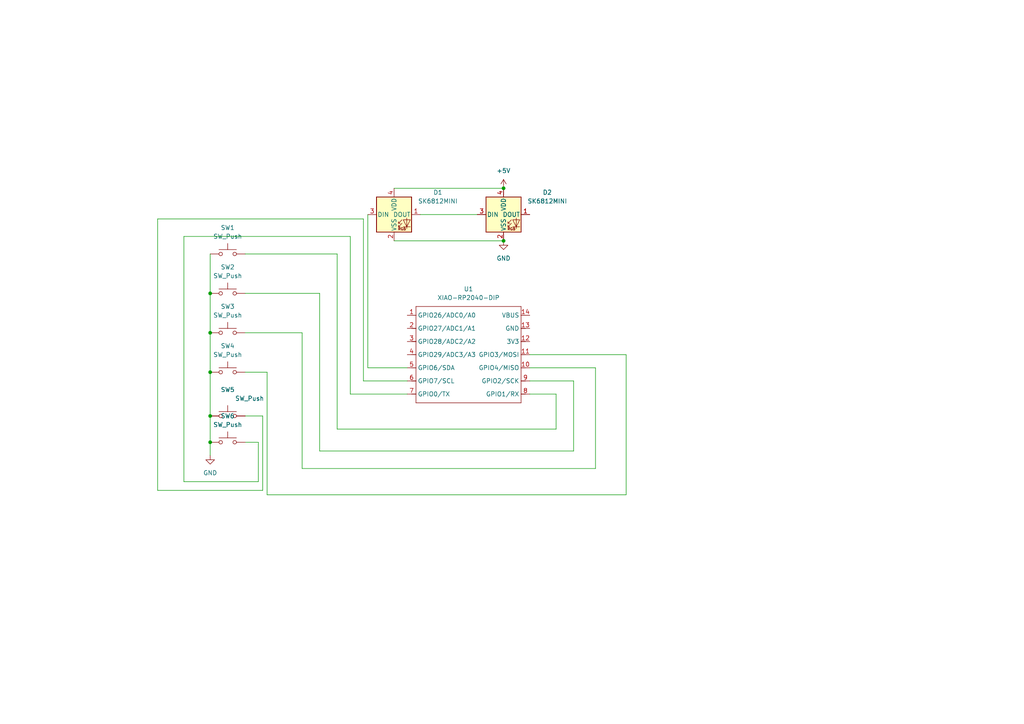
<source format=kicad_sch>
(kicad_sch
	(version 20250114)
	(generator "eeschema")
	(generator_version "9.0")
	(uuid "c3110774-e606-4622-aa56-d45ea0dc0116")
	(paper "A4")
	(lib_symbols
		(symbol "LED:SK6812MINI"
			(pin_names
				(offset 0.254)
			)
			(exclude_from_sim no)
			(in_bom yes)
			(on_board yes)
			(property "Reference" "D"
				(at 5.08 5.715 0)
				(effects
					(font
						(size 1.27 1.27)
					)
					(justify right bottom)
				)
			)
			(property "Value" "SK6812MINI"
				(at 1.27 -5.715 0)
				(effects
					(font
						(size 1.27 1.27)
					)
					(justify left top)
				)
			)
			(property "Footprint" "LED_SMD:LED_SK6812MINI_PLCC4_3.5x3.5mm_P1.75mm"
				(at 1.27 -7.62 0)
				(effects
					(font
						(size 1.27 1.27)
					)
					(justify left top)
					(hide yes)
				)
			)
			(property "Datasheet" "https://cdn-shop.adafruit.com/product-files/2686/SK6812MINI_REV.01-1-2.pdf"
				(at 2.54 -9.525 0)
				(effects
					(font
						(size 1.27 1.27)
					)
					(justify left top)
					(hide yes)
				)
			)
			(property "Description" "RGB LED with integrated controller"
				(at 0 0 0)
				(effects
					(font
						(size 1.27 1.27)
					)
					(hide yes)
				)
			)
			(property "ki_keywords" "RGB LED NeoPixel Mini addressable"
				(at 0 0 0)
				(effects
					(font
						(size 1.27 1.27)
					)
					(hide yes)
				)
			)
			(property "ki_fp_filters" "LED*SK6812MINI*PLCC*3.5x3.5mm*P1.75mm*"
				(at 0 0 0)
				(effects
					(font
						(size 1.27 1.27)
					)
					(hide yes)
				)
			)
			(symbol "SK6812MINI_0_0"
				(text "RGB"
					(at 2.286 -4.191 0)
					(effects
						(font
							(size 0.762 0.762)
						)
					)
				)
			)
			(symbol "SK6812MINI_0_1"
				(polyline
					(pts
						(xy 1.27 -2.54) (xy 1.778 -2.54)
					)
					(stroke
						(width 0)
						(type default)
					)
					(fill
						(type none)
					)
				)
				(polyline
					(pts
						(xy 1.27 -3.556) (xy 1.778 -3.556)
					)
					(stroke
						(width 0)
						(type default)
					)
					(fill
						(type none)
					)
				)
				(polyline
					(pts
						(xy 2.286 -1.524) (xy 1.27 -2.54) (xy 1.27 -2.032)
					)
					(stroke
						(width 0)
						(type default)
					)
					(fill
						(type none)
					)
				)
				(polyline
					(pts
						(xy 2.286 -2.54) (xy 1.27 -3.556) (xy 1.27 -3.048)
					)
					(stroke
						(width 0)
						(type default)
					)
					(fill
						(type none)
					)
				)
				(polyline
					(pts
						(xy 3.683 -1.016) (xy 3.683 -3.556) (xy 3.683 -4.064)
					)
					(stroke
						(width 0)
						(type default)
					)
					(fill
						(type none)
					)
				)
				(polyline
					(pts
						(xy 4.699 -1.524) (xy 2.667 -1.524) (xy 3.683 -3.556) (xy 4.699 -1.524)
					)
					(stroke
						(width 0)
						(type default)
					)
					(fill
						(type none)
					)
				)
				(polyline
					(pts
						(xy 4.699 -3.556) (xy 2.667 -3.556)
					)
					(stroke
						(width 0)
						(type default)
					)
					(fill
						(type none)
					)
				)
				(rectangle
					(start 5.08 5.08)
					(end -5.08 -5.08)
					(stroke
						(width 0.254)
						(type default)
					)
					(fill
						(type background)
					)
				)
			)
			(symbol "SK6812MINI_1_1"
				(pin input line
					(at -7.62 0 0)
					(length 2.54)
					(name "DIN"
						(effects
							(font
								(size 1.27 1.27)
							)
						)
					)
					(number "3"
						(effects
							(font
								(size 1.27 1.27)
							)
						)
					)
				)
				(pin power_in line
					(at 0 7.62 270)
					(length 2.54)
					(name "VDD"
						(effects
							(font
								(size 1.27 1.27)
							)
						)
					)
					(number "4"
						(effects
							(font
								(size 1.27 1.27)
							)
						)
					)
				)
				(pin power_in line
					(at 0 -7.62 90)
					(length 2.54)
					(name "VSS"
						(effects
							(font
								(size 1.27 1.27)
							)
						)
					)
					(number "2"
						(effects
							(font
								(size 1.27 1.27)
							)
						)
					)
				)
				(pin output line
					(at 7.62 0 180)
					(length 2.54)
					(name "DOUT"
						(effects
							(font
								(size 1.27 1.27)
							)
						)
					)
					(number "1"
						(effects
							(font
								(size 1.27 1.27)
							)
						)
					)
				)
			)
			(embedded_fonts no)
		)
		(symbol "OPL:XIAO-RP2040-DIP"
			(exclude_from_sim no)
			(in_bom yes)
			(on_board yes)
			(property "Reference" "U"
				(at 0 0 0)
				(effects
					(font
						(size 1.27 1.27)
					)
				)
			)
			(property "Value" "XIAO-RP2040-DIP"
				(at 5.334 -1.778 0)
				(effects
					(font
						(size 1.27 1.27)
					)
				)
			)
			(property "Footprint" "Module:MOUDLE14P-XIAO-DIP-SMD"
				(at 14.478 -32.258 0)
				(effects
					(font
						(size 1.27 1.27)
					)
					(hide yes)
				)
			)
			(property "Datasheet" ""
				(at 0 0 0)
				(effects
					(font
						(size 1.27 1.27)
					)
					(hide yes)
				)
			)
			(property "Description" ""
				(at 0 0 0)
				(effects
					(font
						(size 1.27 1.27)
					)
					(hide yes)
				)
			)
			(symbol "XIAO-RP2040-DIP_1_0"
				(polyline
					(pts
						(xy -1.27 -2.54) (xy 29.21 -2.54)
					)
					(stroke
						(width 0.1524)
						(type solid)
					)
					(fill
						(type none)
					)
				)
				(polyline
					(pts
						(xy -1.27 -5.08) (xy -2.54 -5.08)
					)
					(stroke
						(width 0.1524)
						(type solid)
					)
					(fill
						(type none)
					)
				)
				(polyline
					(pts
						(xy -1.27 -5.08) (xy -1.27 -2.54)
					)
					(stroke
						(width 0.1524)
						(type solid)
					)
					(fill
						(type none)
					)
				)
				(polyline
					(pts
						(xy -1.27 -8.89) (xy -2.54 -8.89)
					)
					(stroke
						(width 0.1524)
						(type solid)
					)
					(fill
						(type none)
					)
				)
				(polyline
					(pts
						(xy -1.27 -8.89) (xy -1.27 -5.08)
					)
					(stroke
						(width 0.1524)
						(type solid)
					)
					(fill
						(type none)
					)
				)
				(polyline
					(pts
						(xy -1.27 -12.7) (xy -2.54 -12.7)
					)
					(stroke
						(width 0.1524)
						(type solid)
					)
					(fill
						(type none)
					)
				)
				(polyline
					(pts
						(xy -1.27 -12.7) (xy -1.27 -8.89)
					)
					(stroke
						(width 0.1524)
						(type solid)
					)
					(fill
						(type none)
					)
				)
				(polyline
					(pts
						(xy -1.27 -16.51) (xy -2.54 -16.51)
					)
					(stroke
						(width 0.1524)
						(type solid)
					)
					(fill
						(type none)
					)
				)
				(polyline
					(pts
						(xy -1.27 -16.51) (xy -1.27 -12.7)
					)
					(stroke
						(width 0.1524)
						(type solid)
					)
					(fill
						(type none)
					)
				)
				(polyline
					(pts
						(xy -1.27 -20.32) (xy -2.54 -20.32)
					)
					(stroke
						(width 0.1524)
						(type solid)
					)
					(fill
						(type none)
					)
				)
				(polyline
					(pts
						(xy -1.27 -24.13) (xy -2.54 -24.13)
					)
					(stroke
						(width 0.1524)
						(type solid)
					)
					(fill
						(type none)
					)
				)
				(polyline
					(pts
						(xy -1.27 -27.94) (xy -2.54 -27.94)
					)
					(stroke
						(width 0.1524)
						(type solid)
					)
					(fill
						(type none)
					)
				)
				(polyline
					(pts
						(xy -1.27 -30.48) (xy -1.27 -16.51)
					)
					(stroke
						(width 0.1524)
						(type solid)
					)
					(fill
						(type none)
					)
				)
				(polyline
					(pts
						(xy 29.21 -2.54) (xy 29.21 -5.08)
					)
					(stroke
						(width 0.1524)
						(type solid)
					)
					(fill
						(type none)
					)
				)
				(polyline
					(pts
						(xy 29.21 -5.08) (xy 29.21 -8.89)
					)
					(stroke
						(width 0.1524)
						(type solid)
					)
					(fill
						(type none)
					)
				)
				(polyline
					(pts
						(xy 29.21 -8.89) (xy 29.21 -12.7)
					)
					(stroke
						(width 0.1524)
						(type solid)
					)
					(fill
						(type none)
					)
				)
				(polyline
					(pts
						(xy 29.21 -12.7) (xy 29.21 -30.48)
					)
					(stroke
						(width 0.1524)
						(type solid)
					)
					(fill
						(type none)
					)
				)
				(polyline
					(pts
						(xy 29.21 -30.48) (xy -1.27 -30.48)
					)
					(stroke
						(width 0.1524)
						(type solid)
					)
					(fill
						(type none)
					)
				)
				(polyline
					(pts
						(xy 30.48 -5.08) (xy 29.21 -5.08)
					)
					(stroke
						(width 0.1524)
						(type solid)
					)
					(fill
						(type none)
					)
				)
				(polyline
					(pts
						(xy 30.48 -8.89) (xy 29.21 -8.89)
					)
					(stroke
						(width 0.1524)
						(type solid)
					)
					(fill
						(type none)
					)
				)
				(polyline
					(pts
						(xy 30.48 -12.7) (xy 29.21 -12.7)
					)
					(stroke
						(width 0.1524)
						(type solid)
					)
					(fill
						(type none)
					)
				)
				(polyline
					(pts
						(xy 30.48 -16.51) (xy 29.21 -16.51)
					)
					(stroke
						(width 0.1524)
						(type solid)
					)
					(fill
						(type none)
					)
				)
				(polyline
					(pts
						(xy 30.48 -20.32) (xy 29.21 -20.32)
					)
					(stroke
						(width 0.1524)
						(type solid)
					)
					(fill
						(type none)
					)
				)
				(polyline
					(pts
						(xy 30.48 -24.13) (xy 29.21 -24.13)
					)
					(stroke
						(width 0.1524)
						(type solid)
					)
					(fill
						(type none)
					)
				)
				(polyline
					(pts
						(xy 30.48 -27.94) (xy 29.21 -27.94)
					)
					(stroke
						(width 0.1524)
						(type solid)
					)
					(fill
						(type none)
					)
				)
				(pin passive line
					(at -3.81 -5.08 0)
					(length 2.54)
					(name "GPIO26/ADC0/A0"
						(effects
							(font
								(size 1.27 1.27)
							)
						)
					)
					(number "1"
						(effects
							(font
								(size 1.27 1.27)
							)
						)
					)
				)
				(pin passive line
					(at -3.81 -8.89 0)
					(length 2.54)
					(name "GPIO27/ADC1/A1"
						(effects
							(font
								(size 1.27 1.27)
							)
						)
					)
					(number "2"
						(effects
							(font
								(size 1.27 1.27)
							)
						)
					)
				)
				(pin passive line
					(at -3.81 -12.7 0)
					(length 2.54)
					(name "GPIO28/ADC2/A2"
						(effects
							(font
								(size 1.27 1.27)
							)
						)
					)
					(number "3"
						(effects
							(font
								(size 1.27 1.27)
							)
						)
					)
				)
				(pin passive line
					(at -3.81 -16.51 0)
					(length 2.54)
					(name "GPIO29/ADC3/A3"
						(effects
							(font
								(size 1.27 1.27)
							)
						)
					)
					(number "4"
						(effects
							(font
								(size 1.27 1.27)
							)
						)
					)
				)
				(pin passive line
					(at -3.81 -20.32 0)
					(length 2.54)
					(name "GPIO6/SDA"
						(effects
							(font
								(size 1.27 1.27)
							)
						)
					)
					(number "5"
						(effects
							(font
								(size 1.27 1.27)
							)
						)
					)
				)
				(pin passive line
					(at -3.81 -24.13 0)
					(length 2.54)
					(name "GPIO7/SCL"
						(effects
							(font
								(size 1.27 1.27)
							)
						)
					)
					(number "6"
						(effects
							(font
								(size 1.27 1.27)
							)
						)
					)
				)
				(pin passive line
					(at -3.81 -27.94 0)
					(length 2.54)
					(name "GPIO0/TX"
						(effects
							(font
								(size 1.27 1.27)
							)
						)
					)
					(number "7"
						(effects
							(font
								(size 1.27 1.27)
							)
						)
					)
				)
				(pin passive line
					(at 31.75 -5.08 180)
					(length 2.54)
					(name "VBUS"
						(effects
							(font
								(size 1.27 1.27)
							)
						)
					)
					(number "14"
						(effects
							(font
								(size 1.27 1.27)
							)
						)
					)
				)
				(pin passive line
					(at 31.75 -8.89 180)
					(length 2.54)
					(name "GND"
						(effects
							(font
								(size 1.27 1.27)
							)
						)
					)
					(number "13"
						(effects
							(font
								(size 1.27 1.27)
							)
						)
					)
				)
				(pin passive line
					(at 31.75 -12.7 180)
					(length 2.54)
					(name "3V3"
						(effects
							(font
								(size 1.27 1.27)
							)
						)
					)
					(number "12"
						(effects
							(font
								(size 1.27 1.27)
							)
						)
					)
				)
				(pin passive line
					(at 31.75 -16.51 180)
					(length 2.54)
					(name "GPIO3/MOSI"
						(effects
							(font
								(size 1.27 1.27)
							)
						)
					)
					(number "11"
						(effects
							(font
								(size 1.27 1.27)
							)
						)
					)
				)
				(pin passive line
					(at 31.75 -20.32 180)
					(length 2.54)
					(name "GPIO4/MISO"
						(effects
							(font
								(size 1.27 1.27)
							)
						)
					)
					(number "10"
						(effects
							(font
								(size 1.27 1.27)
							)
						)
					)
				)
				(pin passive line
					(at 31.75 -24.13 180)
					(length 2.54)
					(name "GPIO2/SCK"
						(effects
							(font
								(size 1.27 1.27)
							)
						)
					)
					(number "9"
						(effects
							(font
								(size 1.27 1.27)
							)
						)
					)
				)
				(pin passive line
					(at 31.75 -27.94 180)
					(length 2.54)
					(name "GPIO1/RX"
						(effects
							(font
								(size 1.27 1.27)
							)
						)
					)
					(number "8"
						(effects
							(font
								(size 1.27 1.27)
							)
						)
					)
				)
			)
			(embedded_fonts no)
		)
		(symbol "Switch:SW_Push"
			(pin_numbers
				(hide yes)
			)
			(pin_names
				(offset 1.016)
				(hide yes)
			)
			(exclude_from_sim no)
			(in_bom yes)
			(on_board yes)
			(property "Reference" "SW"
				(at 1.27 2.54 0)
				(effects
					(font
						(size 1.27 1.27)
					)
					(justify left)
				)
			)
			(property "Value" "SW_Push"
				(at 0 -1.524 0)
				(effects
					(font
						(size 1.27 1.27)
					)
				)
			)
			(property "Footprint" ""
				(at 0 5.08 0)
				(effects
					(font
						(size 1.27 1.27)
					)
					(hide yes)
				)
			)
			(property "Datasheet" "~"
				(at 0 5.08 0)
				(effects
					(font
						(size 1.27 1.27)
					)
					(hide yes)
				)
			)
			(property "Description" "Push button switch, generic, two pins"
				(at 0 0 0)
				(effects
					(font
						(size 1.27 1.27)
					)
					(hide yes)
				)
			)
			(property "ki_keywords" "switch normally-open pushbutton push-button"
				(at 0 0 0)
				(effects
					(font
						(size 1.27 1.27)
					)
					(hide yes)
				)
			)
			(symbol "SW_Push_0_1"
				(circle
					(center -2.032 0)
					(radius 0.508)
					(stroke
						(width 0)
						(type default)
					)
					(fill
						(type none)
					)
				)
				(polyline
					(pts
						(xy 0 1.27) (xy 0 3.048)
					)
					(stroke
						(width 0)
						(type default)
					)
					(fill
						(type none)
					)
				)
				(circle
					(center 2.032 0)
					(radius 0.508)
					(stroke
						(width 0)
						(type default)
					)
					(fill
						(type none)
					)
				)
				(polyline
					(pts
						(xy 2.54 1.27) (xy -2.54 1.27)
					)
					(stroke
						(width 0)
						(type default)
					)
					(fill
						(type none)
					)
				)
				(pin passive line
					(at -5.08 0 0)
					(length 2.54)
					(name "1"
						(effects
							(font
								(size 1.27 1.27)
							)
						)
					)
					(number "1"
						(effects
							(font
								(size 1.27 1.27)
							)
						)
					)
				)
				(pin passive line
					(at 5.08 0 180)
					(length 2.54)
					(name "2"
						(effects
							(font
								(size 1.27 1.27)
							)
						)
					)
					(number "2"
						(effects
							(font
								(size 1.27 1.27)
							)
						)
					)
				)
			)
			(embedded_fonts no)
		)
		(symbol "power:+5V"
			(power)
			(pin_numbers
				(hide yes)
			)
			(pin_names
				(offset 0)
				(hide yes)
			)
			(exclude_from_sim no)
			(in_bom yes)
			(on_board yes)
			(property "Reference" "#PWR"
				(at 0 -3.81 0)
				(effects
					(font
						(size 1.27 1.27)
					)
					(hide yes)
				)
			)
			(property "Value" "+5V"
				(at 0 3.556 0)
				(effects
					(font
						(size 1.27 1.27)
					)
				)
			)
			(property "Footprint" ""
				(at 0 0 0)
				(effects
					(font
						(size 1.27 1.27)
					)
					(hide yes)
				)
			)
			(property "Datasheet" ""
				(at 0 0 0)
				(effects
					(font
						(size 1.27 1.27)
					)
					(hide yes)
				)
			)
			(property "Description" "Power symbol creates a global label with name \"+5V\""
				(at 0 0 0)
				(effects
					(font
						(size 1.27 1.27)
					)
					(hide yes)
				)
			)
			(property "ki_keywords" "global power"
				(at 0 0 0)
				(effects
					(font
						(size 1.27 1.27)
					)
					(hide yes)
				)
			)
			(symbol "+5V_0_1"
				(polyline
					(pts
						(xy -0.762 1.27) (xy 0 2.54)
					)
					(stroke
						(width 0)
						(type default)
					)
					(fill
						(type none)
					)
				)
				(polyline
					(pts
						(xy 0 2.54) (xy 0.762 1.27)
					)
					(stroke
						(width 0)
						(type default)
					)
					(fill
						(type none)
					)
				)
				(polyline
					(pts
						(xy 0 0) (xy 0 2.54)
					)
					(stroke
						(width 0)
						(type default)
					)
					(fill
						(type none)
					)
				)
			)
			(symbol "+5V_1_1"
				(pin power_in line
					(at 0 0 90)
					(length 0)
					(name "~"
						(effects
							(font
								(size 1.27 1.27)
							)
						)
					)
					(number "1"
						(effects
							(font
								(size 1.27 1.27)
							)
						)
					)
				)
			)
			(embedded_fonts no)
		)
		(symbol "power:GND"
			(power)
			(pin_numbers
				(hide yes)
			)
			(pin_names
				(offset 0)
				(hide yes)
			)
			(exclude_from_sim no)
			(in_bom yes)
			(on_board yes)
			(property "Reference" "#PWR"
				(at 0 -6.35 0)
				(effects
					(font
						(size 1.27 1.27)
					)
					(hide yes)
				)
			)
			(property "Value" "GND"
				(at 0 -3.81 0)
				(effects
					(font
						(size 1.27 1.27)
					)
				)
			)
			(property "Footprint" ""
				(at 0 0 0)
				(effects
					(font
						(size 1.27 1.27)
					)
					(hide yes)
				)
			)
			(property "Datasheet" ""
				(at 0 0 0)
				(effects
					(font
						(size 1.27 1.27)
					)
					(hide yes)
				)
			)
			(property "Description" "Power symbol creates a global label with name \"GND\" , ground"
				(at 0 0 0)
				(effects
					(font
						(size 1.27 1.27)
					)
					(hide yes)
				)
			)
			(property "ki_keywords" "global power"
				(at 0 0 0)
				(effects
					(font
						(size 1.27 1.27)
					)
					(hide yes)
				)
			)
			(symbol "GND_0_1"
				(polyline
					(pts
						(xy 0 0) (xy 0 -1.27) (xy 1.27 -1.27) (xy 0 -2.54) (xy -1.27 -1.27) (xy 0 -1.27)
					)
					(stroke
						(width 0)
						(type default)
					)
					(fill
						(type none)
					)
				)
			)
			(symbol "GND_1_1"
				(pin power_in line
					(at 0 0 270)
					(length 0)
					(name "~"
						(effects
							(font
								(size 1.27 1.27)
							)
						)
					)
					(number "1"
						(effects
							(font
								(size 1.27 1.27)
							)
						)
					)
				)
			)
			(embedded_fonts no)
		)
	)
	(junction
		(at 60.96 85.09)
		(diameter 0)
		(color 0 0 0 0)
		(uuid "1a4940e3-7859-49be-aab6-2ba0031a8dc8")
	)
	(junction
		(at 60.96 128.27)
		(diameter 0)
		(color 0 0 0 0)
		(uuid "26f75662-f865-42dc-9bc3-810debf06166")
	)
	(junction
		(at 146.05 69.85)
		(diameter 0)
		(color 0 0 0 0)
		(uuid "9d141f1f-2e89-4760-90ec-70051f1fa902")
	)
	(junction
		(at 60.96 107.95)
		(diameter 0)
		(color 0 0 0 0)
		(uuid "a4574b76-b759-4378-8519-3bb53cf4eb48")
	)
	(junction
		(at 146.05 54.61)
		(diameter 0)
		(color 0 0 0 0)
		(uuid "a5b6c130-728b-424f-8245-081ab5ff0146")
	)
	(junction
		(at 60.96 96.52)
		(diameter 0)
		(color 0 0 0 0)
		(uuid "d5584bd3-caf7-40fd-8b21-2ac4bacd606d")
	)
	(junction
		(at 60.96 120.65)
		(diameter 0)
		(color 0 0 0 0)
		(uuid "faf46397-5361-461e-96bf-dd54208005f3")
	)
	(wire
		(pts
			(xy 106.68 62.23) (xy 106.68 106.68)
		)
		(stroke
			(width 0)
			(type default)
		)
		(uuid "00f166b0-3b5e-4b88-8284-adb3ca2c90a4")
	)
	(wire
		(pts
			(xy 114.3 69.85) (xy 146.05 69.85)
		)
		(stroke
			(width 0)
			(type default)
		)
		(uuid "10a4c86f-ff48-436c-a621-e74b4b8f2c8a")
	)
	(wire
		(pts
			(xy 74.93 139.7) (xy 53.34 139.7)
		)
		(stroke
			(width 0)
			(type default)
		)
		(uuid "12daf312-efe4-431e-90ca-b70d3d7856da")
	)
	(wire
		(pts
			(xy 77.47 107.95) (xy 71.12 107.95)
		)
		(stroke
			(width 0)
			(type default)
		)
		(uuid "142eedeb-1311-4dfd-b848-bfcac8404926")
	)
	(wire
		(pts
			(xy 60.96 85.09) (xy 60.96 96.52)
		)
		(stroke
			(width 0)
			(type default)
		)
		(uuid "1f4930d2-2db6-453c-842e-4e1897521f9b")
	)
	(wire
		(pts
			(xy 97.79 73.66) (xy 97.79 124.46)
		)
		(stroke
			(width 0)
			(type default)
		)
		(uuid "331b7720-e0ff-49d2-be3f-d7d518bc67f6")
	)
	(wire
		(pts
			(xy 60.96 73.66) (xy 60.96 85.09)
		)
		(stroke
			(width 0)
			(type default)
		)
		(uuid "36871dde-5881-43f1-ab83-86ab804b114d")
	)
	(wire
		(pts
			(xy 92.71 85.09) (xy 92.71 130.81)
		)
		(stroke
			(width 0)
			(type default)
		)
		(uuid "38841920-af99-4e8c-85dd-d0b9d0776fae")
	)
	(wire
		(pts
			(xy 74.93 128.27) (xy 74.93 139.7)
		)
		(stroke
			(width 0)
			(type default)
		)
		(uuid "3d6867fb-a321-4de6-9867-bf14dd9a0fa3")
	)
	(wire
		(pts
			(xy 105.41 110.49) (xy 118.11 110.49)
		)
		(stroke
			(width 0)
			(type default)
		)
		(uuid "4a355f1b-2b0e-4fc7-a245-576ace1b7355")
	)
	(wire
		(pts
			(xy 105.41 63.5) (xy 105.41 110.49)
		)
		(stroke
			(width 0)
			(type default)
		)
		(uuid "4c916313-7a69-45f2-811c-38730271e7cb")
	)
	(wire
		(pts
			(xy 101.6 114.3) (xy 118.11 114.3)
		)
		(stroke
			(width 0)
			(type default)
		)
		(uuid "51bc94ee-ece9-4849-b3e2-8baf1610ebef")
	)
	(wire
		(pts
			(xy 101.6 68.58) (xy 101.6 114.3)
		)
		(stroke
			(width 0)
			(type default)
		)
		(uuid "56580427-9278-4cd5-b8e2-82f7a86dd0cd")
	)
	(wire
		(pts
			(xy 45.72 142.24) (xy 76.2 142.24)
		)
		(stroke
			(width 0)
			(type default)
		)
		(uuid "6047a615-146a-471c-9776-42579d43943c")
	)
	(wire
		(pts
			(xy 161.29 114.3) (xy 153.67 114.3)
		)
		(stroke
			(width 0)
			(type default)
		)
		(uuid "70ef4a4e-ca48-4a20-aa5a-a2d84e0c0d06")
	)
	(wire
		(pts
			(xy 166.37 130.81) (xy 166.37 110.49)
		)
		(stroke
			(width 0)
			(type default)
		)
		(uuid "70fc8d7c-c8ce-4497-a3df-2ca8cc4cdca1")
	)
	(wire
		(pts
			(xy 161.29 124.46) (xy 161.29 114.3)
		)
		(stroke
			(width 0)
			(type default)
		)
		(uuid "79cc8882-0c04-4fad-9f5b-a992abbd9c36")
	)
	(wire
		(pts
			(xy 97.79 124.46) (xy 161.29 124.46)
		)
		(stroke
			(width 0)
			(type default)
		)
		(uuid "7caf1c9c-1f8b-4d5d-8c8c-377acdc75a20")
	)
	(wire
		(pts
			(xy 87.63 135.89) (xy 172.72 135.89)
		)
		(stroke
			(width 0)
			(type default)
		)
		(uuid "80704f5b-ffbd-45b6-bce8-5aa4699a77bb")
	)
	(wire
		(pts
			(xy 76.2 120.65) (xy 76.2 142.24)
		)
		(stroke
			(width 0)
			(type default)
		)
		(uuid "83babdb1-9f75-48fa-91bb-c342a18f033b")
	)
	(wire
		(pts
			(xy 45.72 63.5) (xy 105.41 63.5)
		)
		(stroke
			(width 0)
			(type default)
		)
		(uuid "879b31bd-5a56-4886-9e36-33b016856a3f")
	)
	(wire
		(pts
			(xy 106.68 106.68) (xy 118.11 106.68)
		)
		(stroke
			(width 0)
			(type default)
		)
		(uuid "928e8e9a-c210-4ec4-bb96-bf99164a03c2")
	)
	(wire
		(pts
			(xy 77.47 143.51) (xy 181.61 143.51)
		)
		(stroke
			(width 0)
			(type default)
		)
		(uuid "97e4032c-a337-41bf-af70-4eeb50cc3f2f")
	)
	(wire
		(pts
			(xy 181.61 143.51) (xy 181.61 102.87)
		)
		(stroke
			(width 0)
			(type default)
		)
		(uuid "9c903953-e5e1-4042-b87c-5b83f3d7ff17")
	)
	(wire
		(pts
			(xy 172.72 106.68) (xy 153.67 106.68)
		)
		(stroke
			(width 0)
			(type default)
		)
		(uuid "a9ea94ea-bc9b-462b-a23a-bbfc72400e1b")
	)
	(wire
		(pts
			(xy 60.96 107.95) (xy 60.96 120.65)
		)
		(stroke
			(width 0)
			(type default)
		)
		(uuid "b54117a7-44d8-47fd-92d9-4eed6efb8118")
	)
	(wire
		(pts
			(xy 71.12 120.65) (xy 76.2 120.65)
		)
		(stroke
			(width 0)
			(type default)
		)
		(uuid "b69f8742-844b-43fb-9ada-6b5b20160665")
	)
	(wire
		(pts
			(xy 53.34 139.7) (xy 53.34 68.58)
		)
		(stroke
			(width 0)
			(type default)
		)
		(uuid "b77ff1b6-c9b9-4211-88fd-7c96218d7caf")
	)
	(wire
		(pts
			(xy 87.63 96.52) (xy 87.63 135.89)
		)
		(stroke
			(width 0)
			(type default)
		)
		(uuid "b7b7eb61-cc19-4d85-8ffe-4d435625a96d")
	)
	(wire
		(pts
			(xy 121.92 62.23) (xy 138.43 62.23)
		)
		(stroke
			(width 0)
			(type default)
		)
		(uuid "be0183c6-44e3-431a-b41c-2d0a7742f612")
	)
	(wire
		(pts
			(xy 45.72 142.24) (xy 45.72 63.5)
		)
		(stroke
			(width 0)
			(type default)
		)
		(uuid "be7debec-262a-4a6f-b4b8-40482af48359")
	)
	(wire
		(pts
			(xy 53.34 68.58) (xy 101.6 68.58)
		)
		(stroke
			(width 0)
			(type default)
		)
		(uuid "bfe74d88-e248-4629-8db8-399db5da2e20")
	)
	(wire
		(pts
			(xy 181.61 102.87) (xy 153.67 102.87)
		)
		(stroke
			(width 0)
			(type default)
		)
		(uuid "c08749f1-6403-4fb6-8747-1ef793361de4")
	)
	(wire
		(pts
			(xy 60.96 120.65) (xy 60.96 128.27)
		)
		(stroke
			(width 0)
			(type default)
		)
		(uuid "c32eb489-0c08-4d56-a2f5-26c6b42ae4be")
	)
	(wire
		(pts
			(xy 172.72 135.89) (xy 172.72 106.68)
		)
		(stroke
			(width 0)
			(type default)
		)
		(uuid "d3348a05-0b3b-44a8-b5b4-fa1cdeb6a71f")
	)
	(wire
		(pts
			(xy 71.12 128.27) (xy 74.93 128.27)
		)
		(stroke
			(width 0)
			(type default)
		)
		(uuid "d35c2327-3860-4b03-b097-5cefcac31374")
	)
	(wire
		(pts
			(xy 71.12 96.52) (xy 87.63 96.52)
		)
		(stroke
			(width 0)
			(type default)
		)
		(uuid "d3c6a5b7-77ce-4dfa-9c83-a4d50936ddaa")
	)
	(wire
		(pts
			(xy 153.67 110.49) (xy 166.37 110.49)
		)
		(stroke
			(width 0)
			(type default)
		)
		(uuid "d49d82e9-afb2-4d47-a225-37074bb01c6e")
	)
	(wire
		(pts
			(xy 60.96 96.52) (xy 60.96 107.95)
		)
		(stroke
			(width 0)
			(type default)
		)
		(uuid "d56b0b5b-1d83-4ff5-b998-d83612827ccb")
	)
	(wire
		(pts
			(xy 60.96 128.27) (xy 60.96 132.08)
		)
		(stroke
			(width 0)
			(type default)
		)
		(uuid "d70ade2e-eccd-46b0-bf26-44eb6b879d66")
	)
	(wire
		(pts
			(xy 71.12 85.09) (xy 92.71 85.09)
		)
		(stroke
			(width 0)
			(type default)
		)
		(uuid "d98aafcf-1a91-4ca0-a667-8625f81f1d50")
	)
	(wire
		(pts
			(xy 114.3 54.61) (xy 146.05 54.61)
		)
		(stroke
			(width 0)
			(type default)
		)
		(uuid "de9e6046-9d27-4c5e-bed3-634ea3b38449")
	)
	(wire
		(pts
			(xy 77.47 107.95) (xy 77.47 143.51)
		)
		(stroke
			(width 0)
			(type default)
		)
		(uuid "e1ab0df9-d89b-4b84-813e-99307bb65f97")
	)
	(wire
		(pts
			(xy 71.12 73.66) (xy 97.79 73.66)
		)
		(stroke
			(width 0)
			(type default)
		)
		(uuid "e53d1b8d-4efc-4124-87c6-c29154db9a1c")
	)
	(wire
		(pts
			(xy 92.71 130.81) (xy 166.37 130.81)
		)
		(stroke
			(width 0)
			(type default)
		)
		(uuid "e7e08b04-8a6c-4950-b7ae-77d0c1c8a752")
	)
	(symbol
		(lib_id "OPL:XIAO-RP2040-DIP")
		(at 121.92 86.36 0)
		(unit 1)
		(exclude_from_sim no)
		(in_bom yes)
		(on_board yes)
		(dnp no)
		(fields_autoplaced yes)
		(uuid "0e2dfe8a-8286-43e0-aace-e8ecf6397429")
		(property "Reference" "U1"
			(at 135.89 83.82 0)
			(effects
				(font
					(size 1.27 1.27)
				)
			)
		)
		(property "Value" "XIAO-RP2040-DIP"
			(at 135.89 86.36 0)
			(effects
				(font
					(size 1.27 1.27)
				)
			)
		)
		(property "Footprint" "OPL:XIAO-RP2040-DIP"
			(at 136.398 118.618 0)
			(effects
				(font
					(size 1.27 1.27)
				)
				(hide yes)
			)
		)
		(property "Datasheet" ""
			(at 121.92 86.36 0)
			(effects
				(font
					(size 1.27 1.27)
				)
				(hide yes)
			)
		)
		(property "Description" ""
			(at 121.92 86.36 0)
			(effects
				(font
					(size 1.27 1.27)
				)
				(hide yes)
			)
		)
		(pin "1"
			(uuid "54da4fa2-4eb2-41cc-92fc-024feee990d4")
		)
		(pin "14"
			(uuid "b7fa4145-914c-45ec-a8f3-e9f5cbe7b5ac")
		)
		(pin "12"
			(uuid "aa651357-5ddc-4cb8-9377-9070125bcb1f")
		)
		(pin "9"
			(uuid "98bc75d3-f3ef-4eb9-bac4-470bfcafcf9b")
		)
		(pin "6"
			(uuid "e45b1050-0d43-4f0b-986d-4b3eeb297a9a")
		)
		(pin "7"
			(uuid "8063dd68-75a2-4c31-a5ed-10cb56ce82a0")
		)
		(pin "10"
			(uuid "8c5fcc53-e8e6-4486-a659-a8b2038ff32c")
		)
		(pin "5"
			(uuid "73736dfb-e7f0-498b-b6df-7f17fa737658")
		)
		(pin "2"
			(uuid "a39d373e-b1dc-4c17-b27a-127fffe9ae1d")
		)
		(pin "3"
			(uuid "52e4fe08-ace1-43a2-a4ba-684b60744ec9")
		)
		(pin "4"
			(uuid "c1e56bbc-e335-448b-aa77-fe3f3e742163")
		)
		(pin "13"
			(uuid "384315f9-b13b-4b01-a484-05e9ec55bf4b")
		)
		(pin "11"
			(uuid "41d09f66-670d-4297-9c53-22e0c6c5e9bf")
		)
		(pin "8"
			(uuid "45b1f1c4-9811-4e48-8a7e-228dbc5e3c58")
		)
		(instances
			(project ""
				(path "/c3110774-e606-4622-aa56-d45ea0dc0116"
					(reference "U1")
					(unit 1)
				)
			)
		)
	)
	(symbol
		(lib_id "power:GND")
		(at 60.96 132.08 0)
		(unit 1)
		(exclude_from_sim no)
		(in_bom yes)
		(on_board yes)
		(dnp no)
		(fields_autoplaced yes)
		(uuid "11354157-d0aa-4f79-acd6-e819fac8cd80")
		(property "Reference" "#PWR03"
			(at 60.96 138.43 0)
			(effects
				(font
					(size 1.27 1.27)
				)
				(hide yes)
			)
		)
		(property "Value" "GND"
			(at 60.96 137.16 0)
			(effects
				(font
					(size 1.27 1.27)
				)
			)
		)
		(property "Footprint" ""
			(at 60.96 132.08 0)
			(effects
				(font
					(size 1.27 1.27)
				)
				(hide yes)
			)
		)
		(property "Datasheet" ""
			(at 60.96 132.08 0)
			(effects
				(font
					(size 1.27 1.27)
				)
				(hide yes)
			)
		)
		(property "Description" "Power symbol creates a global label with name \"GND\" , ground"
			(at 60.96 132.08 0)
			(effects
				(font
					(size 1.27 1.27)
				)
				(hide yes)
			)
		)
		(pin "1"
			(uuid "b0af3aa3-7105-484c-af6a-0783e302d003")
		)
		(instances
			(project ""
				(path "/c3110774-e606-4622-aa56-d45ea0dc0116"
					(reference "#PWR03")
					(unit 1)
				)
			)
		)
	)
	(symbol
		(lib_id "power:+5V")
		(at 146.05 54.61 0)
		(unit 1)
		(exclude_from_sim no)
		(in_bom yes)
		(on_board yes)
		(dnp no)
		(fields_autoplaced yes)
		(uuid "16903310-5363-4f56-b633-3cf7eee89bf3")
		(property "Reference" "#PWR01"
			(at 146.05 58.42 0)
			(effects
				(font
					(size 1.27 1.27)
				)
				(hide yes)
			)
		)
		(property "Value" "+5V"
			(at 146.05 49.53 0)
			(effects
				(font
					(size 1.27 1.27)
				)
			)
		)
		(property "Footprint" ""
			(at 146.05 54.61 0)
			(effects
				(font
					(size 1.27 1.27)
				)
				(hide yes)
			)
		)
		(property "Datasheet" ""
			(at 146.05 54.61 0)
			(effects
				(font
					(size 1.27 1.27)
				)
				(hide yes)
			)
		)
		(property "Description" "Power symbol creates a global label with name \"+5V\""
			(at 146.05 54.61 0)
			(effects
				(font
					(size 1.27 1.27)
				)
				(hide yes)
			)
		)
		(pin "1"
			(uuid "aaeedf5d-912e-4be2-8d3a-2c0628c8dfee")
		)
		(instances
			(project ""
				(path "/c3110774-e606-4622-aa56-d45ea0dc0116"
					(reference "#PWR01")
					(unit 1)
				)
			)
		)
	)
	(symbol
		(lib_id "power:GND")
		(at 146.05 69.85 0)
		(unit 1)
		(exclude_from_sim no)
		(in_bom yes)
		(on_board yes)
		(dnp no)
		(fields_autoplaced yes)
		(uuid "19e72e64-af0e-48ca-b736-ebd4a86b328c")
		(property "Reference" "#PWR02"
			(at 146.05 76.2 0)
			(effects
				(font
					(size 1.27 1.27)
				)
				(hide yes)
			)
		)
		(property "Value" "GND"
			(at 146.05 74.93 0)
			(effects
				(font
					(size 1.27 1.27)
				)
			)
		)
		(property "Footprint" ""
			(at 146.05 69.85 0)
			(effects
				(font
					(size 1.27 1.27)
				)
				(hide yes)
			)
		)
		(property "Datasheet" ""
			(at 146.05 69.85 0)
			(effects
				(font
					(size 1.27 1.27)
				)
				(hide yes)
			)
		)
		(property "Description" "Power symbol creates a global label with name \"GND\" , ground"
			(at 146.05 69.85 0)
			(effects
				(font
					(size 1.27 1.27)
				)
				(hide yes)
			)
		)
		(pin "1"
			(uuid "bbac3598-d428-4d23-a554-4294f5c7a2cf")
		)
		(instances
			(project ""
				(path "/c3110774-e606-4622-aa56-d45ea0dc0116"
					(reference "#PWR02")
					(unit 1)
				)
			)
		)
	)
	(symbol
		(lib_id "Switch:SW_Push")
		(at 66.04 128.27 0)
		(unit 1)
		(exclude_from_sim no)
		(in_bom yes)
		(on_board yes)
		(dnp no)
		(fields_autoplaced yes)
		(uuid "2c0b90fa-09b2-4356-8579-08d8b83022ef")
		(property "Reference" "SW6"
			(at 66.04 120.65 0)
			(effects
				(font
					(size 1.27 1.27)
				)
			)
		)
		(property "Value" "SW_Push"
			(at 66.04 123.19 0)
			(effects
				(font
					(size 1.27 1.27)
				)
			)
		)
		(property "Footprint" "Button_Switch_Keyboard:SW_Cherry_MX_1.00u_PCB"
			(at 66.04 123.19 0)
			(effects
				(font
					(size 1.27 1.27)
				)
				(hide yes)
			)
		)
		(property "Datasheet" "~"
			(at 66.04 123.19 0)
			(effects
				(font
					(size 1.27 1.27)
				)
				(hide yes)
			)
		)
		(property "Description" "Push button switch, generic, two pins"
			(at 66.04 128.27 0)
			(effects
				(font
					(size 1.27 1.27)
				)
				(hide yes)
			)
		)
		(pin "1"
			(uuid "43c16c76-0f70-422d-bc9e-dc69cb711bfc")
		)
		(pin "2"
			(uuid "d289803c-a55d-4b03-8465-4e2de3e156d4")
		)
		(instances
			(project ""
				(path "/c3110774-e606-4622-aa56-d45ea0dc0116"
					(reference "SW6")
					(unit 1)
				)
			)
		)
	)
	(symbol
		(lib_id "Switch:SW_Push")
		(at 66.04 85.09 0)
		(unit 1)
		(exclude_from_sim no)
		(in_bom yes)
		(on_board yes)
		(dnp no)
		(fields_autoplaced yes)
		(uuid "602206fd-6cb5-446c-b71d-79d8d63f76bb")
		(property "Reference" "SW2"
			(at 66.04 77.47 0)
			(effects
				(font
					(size 1.27 1.27)
				)
			)
		)
		(property "Value" "SW_Push"
			(at 66.04 80.01 0)
			(effects
				(font
					(size 1.27 1.27)
				)
			)
		)
		(property "Footprint" "Button_Switch_Keyboard:SW_Cherry_MX_1.00u_PCB"
			(at 66.04 80.01 0)
			(effects
				(font
					(size 1.27 1.27)
				)
				(hide yes)
			)
		)
		(property "Datasheet" "~"
			(at 66.04 80.01 0)
			(effects
				(font
					(size 1.27 1.27)
				)
				(hide yes)
			)
		)
		(property "Description" "Push button switch, generic, two pins"
			(at 66.04 85.09 0)
			(effects
				(font
					(size 1.27 1.27)
				)
				(hide yes)
			)
		)
		(pin "2"
			(uuid "e49cf66b-c1fc-40b4-b37d-74c98ac5da0a")
		)
		(pin "1"
			(uuid "3eb2ee0d-21c8-41a6-9ec3-614616c1d374")
		)
		(instances
			(project ""
				(path "/c3110774-e606-4622-aa56-d45ea0dc0116"
					(reference "SW2")
					(unit 1)
				)
			)
		)
	)
	(symbol
		(lib_id "Switch:SW_Push")
		(at 66.04 120.65 0)
		(unit 1)
		(exclude_from_sim no)
		(in_bom yes)
		(on_board yes)
		(dnp no)
		(uuid "87b8b9cb-7454-41c0-86dd-be5d4c097bf9")
		(property "Reference" "SW5"
			(at 66.04 113.03 0)
			(effects
				(font
					(size 1.27 1.27)
				)
			)
		)
		(property "Value" "SW_Push"
			(at 72.39 115.57 0)
			(effects
				(font
					(size 1.27 1.27)
				)
			)
		)
		(property "Footprint" "Button_Switch_Keyboard:SW_Cherry_MX_1.00u_PCB"
			(at 66.04 115.57 0)
			(effects
				(font
					(size 1.27 1.27)
				)
				(hide yes)
			)
		)
		(property "Datasheet" "~"
			(at 66.04 115.57 0)
			(effects
				(font
					(size 1.27 1.27)
				)
				(hide yes)
			)
		)
		(property "Description" "Push button switch, generic, two pins"
			(at 66.04 120.65 0)
			(effects
				(font
					(size 1.27 1.27)
				)
				(hide yes)
			)
		)
		(pin "1"
			(uuid "f81bff91-e5e0-4a7b-b1f1-bdb0ce6f5b67")
		)
		(pin "2"
			(uuid "abc476c3-e573-4ecb-b2d3-d4c85e3098f9")
		)
		(instances
			(project ""
				(path "/c3110774-e606-4622-aa56-d45ea0dc0116"
					(reference "SW5")
					(unit 1)
				)
			)
		)
	)
	(symbol
		(lib_id "Switch:SW_Push")
		(at 66.04 73.66 0)
		(unit 1)
		(exclude_from_sim no)
		(in_bom yes)
		(on_board yes)
		(dnp no)
		(fields_autoplaced yes)
		(uuid "9dc55b9a-7814-42bc-8226-5eae9fa43b23")
		(property "Reference" "SW1"
			(at 66.04 66.04 0)
			(effects
				(font
					(size 1.27 1.27)
				)
			)
		)
		(property "Value" "SW_Push"
			(at 66.04 68.58 0)
			(effects
				(font
					(size 1.27 1.27)
				)
			)
		)
		(property "Footprint" "Button_Switch_Keyboard:SW_Cherry_MX_1.00u_PCB"
			(at 66.04 68.58 0)
			(effects
				(font
					(size 1.27 1.27)
				)
				(hide yes)
			)
		)
		(property "Datasheet" "~"
			(at 66.04 68.58 0)
			(effects
				(font
					(size 1.27 1.27)
				)
				(hide yes)
			)
		)
		(property "Description" "Push button switch, generic, two pins"
			(at 66.04 73.66 0)
			(effects
				(font
					(size 1.27 1.27)
				)
				(hide yes)
			)
		)
		(pin "2"
			(uuid "c0a4e0bd-c518-4d8a-ac03-7b5e5eaa7f4a")
		)
		(pin "1"
			(uuid "41589aa5-bdb2-4182-bf24-db4684e3f96b")
		)
		(instances
			(project ""
				(path "/c3110774-e606-4622-aa56-d45ea0dc0116"
					(reference "SW1")
					(unit 1)
				)
			)
		)
	)
	(symbol
		(lib_id "LED:SK6812MINI")
		(at 146.05 62.23 0)
		(unit 1)
		(exclude_from_sim no)
		(in_bom yes)
		(on_board yes)
		(dnp no)
		(fields_autoplaced yes)
		(uuid "b581caeb-d26f-4291-97f2-1960e05f4fd3")
		(property "Reference" "D2"
			(at 158.75 55.8098 0)
			(effects
				(font
					(size 1.27 1.27)
				)
			)
		)
		(property "Value" "SK6812MINI"
			(at 158.75 58.3498 0)
			(effects
				(font
					(size 1.27 1.27)
				)
			)
		)
		(property "Footprint" "LED_SMD:LED_SK6812MINI_PLCC4_3.5x3.5mm_P1.75mm"
			(at 147.32 69.85 0)
			(effects
				(font
					(size 1.27 1.27)
				)
				(justify left top)
				(hide yes)
			)
		)
		(property "Datasheet" "https://cdn-shop.adafruit.com/product-files/2686/SK6812MINI_REV.01-1-2.pdf"
			(at 148.59 71.755 0)
			(effects
				(font
					(size 1.27 1.27)
				)
				(justify left top)
				(hide yes)
			)
		)
		(property "Description" "RGB LED with integrated controller"
			(at 146.05 62.23 0)
			(effects
				(font
					(size 1.27 1.27)
				)
				(hide yes)
			)
		)
		(pin "2"
			(uuid "50fbe732-c57a-4825-a72c-0d871e5391c9")
		)
		(pin "3"
			(uuid "b3250419-d104-4ad3-80e4-7297dba80050")
		)
		(pin "4"
			(uuid "d4502892-e020-45fb-9daa-051a319c5538")
		)
		(pin "1"
			(uuid "52f65302-9e4d-4639-8a99-e09019ef722f")
		)
		(instances
			(project ""
				(path "/c3110774-e606-4622-aa56-d45ea0dc0116"
					(reference "D2")
					(unit 1)
				)
			)
		)
	)
	(symbol
		(lib_id "Switch:SW_Push")
		(at 66.04 96.52 0)
		(unit 1)
		(exclude_from_sim no)
		(in_bom yes)
		(on_board yes)
		(dnp no)
		(fields_autoplaced yes)
		(uuid "cc04b59d-6cbc-4f26-8114-f2e60da1fd2d")
		(property "Reference" "SW3"
			(at 66.04 88.9 0)
			(effects
				(font
					(size 1.27 1.27)
				)
			)
		)
		(property "Value" "SW_Push"
			(at 66.04 91.44 0)
			(effects
				(font
					(size 1.27 1.27)
				)
			)
		)
		(property "Footprint" "Button_Switch_Keyboard:SW_Cherry_MX_1.00u_PCB"
			(at 66.04 91.44 0)
			(effects
				(font
					(size 1.27 1.27)
				)
				(hide yes)
			)
		)
		(property "Datasheet" "~"
			(at 66.04 91.44 0)
			(effects
				(font
					(size 1.27 1.27)
				)
				(hide yes)
			)
		)
		(property "Description" "Push button switch, generic, two pins"
			(at 66.04 96.52 0)
			(effects
				(font
					(size 1.27 1.27)
				)
				(hide yes)
			)
		)
		(pin "1"
			(uuid "b7cef272-b2d4-4302-9e0b-3628bc886b53")
		)
		(pin "2"
			(uuid "ac8fea22-a334-4f61-80a7-cbfa9d4a6b72")
		)
		(instances
			(project ""
				(path "/c3110774-e606-4622-aa56-d45ea0dc0116"
					(reference "SW3")
					(unit 1)
				)
			)
		)
	)
	(symbol
		(lib_id "Switch:SW_Push")
		(at 66.04 107.95 0)
		(unit 1)
		(exclude_from_sim no)
		(in_bom yes)
		(on_board yes)
		(dnp no)
		(fields_autoplaced yes)
		(uuid "ea3cb225-6a3a-4d4b-a4fe-2d6f887b73a4")
		(property "Reference" "SW4"
			(at 66.04 100.33 0)
			(effects
				(font
					(size 1.27 1.27)
				)
			)
		)
		(property "Value" "SW_Push"
			(at 66.04 102.87 0)
			(effects
				(font
					(size 1.27 1.27)
				)
			)
		)
		(property "Footprint" "Button_Switch_Keyboard:SW_Cherry_MX_1.00u_PCB"
			(at 66.04 102.87 0)
			(effects
				(font
					(size 1.27 1.27)
				)
				(hide yes)
			)
		)
		(property "Datasheet" "~"
			(at 66.04 102.87 0)
			(effects
				(font
					(size 1.27 1.27)
				)
				(hide yes)
			)
		)
		(property "Description" "Push button switch, generic, two pins"
			(at 66.04 107.95 0)
			(effects
				(font
					(size 1.27 1.27)
				)
				(hide yes)
			)
		)
		(pin "1"
			(uuid "177832ea-b1fc-4a72-90eb-cd1da020d644")
		)
		(pin "2"
			(uuid "54fbbdcd-68fb-4863-a1f6-8098cb275ae0")
		)
		(instances
			(project ""
				(path "/c3110774-e606-4622-aa56-d45ea0dc0116"
					(reference "SW4")
					(unit 1)
				)
			)
		)
	)
	(symbol
		(lib_id "LED:SK6812MINI")
		(at 114.3 62.23 0)
		(unit 1)
		(exclude_from_sim no)
		(in_bom yes)
		(on_board yes)
		(dnp no)
		(fields_autoplaced yes)
		(uuid "f8a3732a-92cf-4392-b0d1-06053e9b45ec")
		(property "Reference" "D1"
			(at 127 55.8098 0)
			(effects
				(font
					(size 1.27 1.27)
				)
			)
		)
		(property "Value" "SK6812MINI"
			(at 127 58.3498 0)
			(effects
				(font
					(size 1.27 1.27)
				)
			)
		)
		(property "Footprint" "LED_SMD:LED_SK6812MINI_PLCC4_3.5x3.5mm_P1.75mm"
			(at 115.57 69.85 0)
			(effects
				(font
					(size 1.27 1.27)
				)
				(justify left top)
				(hide yes)
			)
		)
		(property "Datasheet" "https://cdn-shop.adafruit.com/product-files/2686/SK6812MINI_REV.01-1-2.pdf"
			(at 116.84 71.755 0)
			(effects
				(font
					(size 1.27 1.27)
				)
				(justify left top)
				(hide yes)
			)
		)
		(property "Description" "RGB LED with integrated controller"
			(at 114.3 62.23 0)
			(effects
				(font
					(size 1.27 1.27)
				)
				(hide yes)
			)
		)
		(pin "3"
			(uuid "cd0f058a-63d5-428a-94a4-316924edc7d1")
		)
		(pin "4"
			(uuid "6480c99a-eede-46d4-8c10-c9b1d67832a3")
		)
		(pin "2"
			(uuid "75cee556-6fee-417e-9739-b3b13afea228")
		)
		(pin "1"
			(uuid "b89876a9-33ca-4843-85bb-223d80f78946")
		)
		(instances
			(project ""
				(path "/c3110774-e606-4622-aa56-d45ea0dc0116"
					(reference "D1")
					(unit 1)
				)
			)
		)
	)
	(sheet_instances
		(path "/"
			(page "1")
		)
	)
	(embedded_fonts no)
)

</source>
